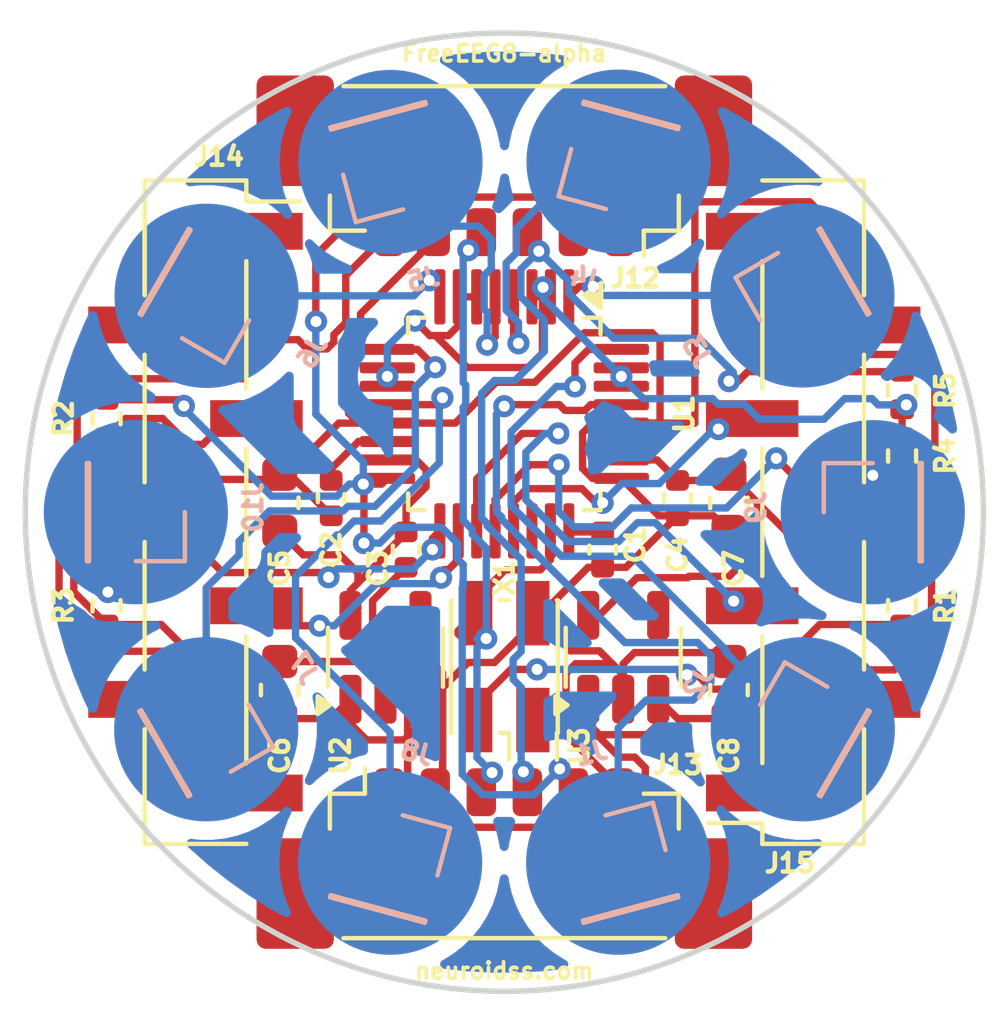
<source format=kicad_pcb>
(kicad_pcb (version 20241229) (generator "pcbnew") (generator_version "9.0")
  (layers (0 "F.Cu" signal) (2 "B.Cu" signal) (13 "F.Paste" user) (15 "B.Paste" user) (5 "F.SilkS" user "F.Silkscreen") (7 "B.SilkS" user "B.Silkscreen") (1 "F.Mask" user) (3 "B.Mask" user) (25 "Edge.Cuts" user))
  (net 0 "")
  (net 1 "/5V")
  (net 2 "/ADC_NC")
  (net 3 "/AIN0P")
  (net 4 "/AIN1P")
  (net 5 "/AIN2P")
  (net 6 "/AIN3P")
  (net 7 "/AIN4P")
  (net 8 "/AIN5P")
  (net 9 "/AIN6P")
  (net 10 "/AIN7P")
  (net 11 "/AINREF")
  (net 12 "/AINREF_POGOPIN")
  (net 13 "/AVDD")
  (net 14 "/AVDD_NC")
  (net 15 "/CAP")
  (net 16 "/CS")
  (net 17 "/DIN")
  (net 18 "/DOUT")
  (net 19 "/DRDY")
  (net 20 "/DVDD")
  (net 21 "/DVDD_NC")
  (net 22 "/DVDD_XTAL")
  (net 23 "/GND")
  (net 24 "/GND_POGOPIN")
  (net 25 "/REFIN")
  (net 26 "/SCLK")
  (net 27 "/SYNC{slash}RESET_ADC")
  (net 28 "/SYNC{slash}RESET_XIAO")
  (net 29 "/XIAO_NC1")
  (net 30 "/XIAO_NC2")
  (net 31 "/XIAO_NC3")
  (net 32 "/XIAO_NC4")
  (net 33 "/XIAO_NC5")
  (net 34 "/XIAO_NC6")
  (net 35 "/XTAL1{slash}CLKIN")
  (net 36 "/XTAL2")
  (net 37 "/XTAL_NC")
  (net 38 "/AINREF_STACK")
  (footprint "Capacitor_SMD:C_0402_1005Metric" (layer "F.Cu") (at -4.699 -0.381 90)
    (property "Reference" "C2")
    (property "Value" "100n")
  )
  (footprint "freeeeg8-alpha:NeuroIDSS-url_5mm_SilkScreen" (layer "F.Cu") (at -0.00581 1.143)
    (property "Reference" "GL2" (hide yes))
    (property "Value" "~" (hide yes))
  )
  (footprint "Package_TO_SOT_SMD:SOT-23-5" (layer "F.Cu") (at 3.2258 3.937 90)
    (property "Reference" "U3")
    (property "Value" "DVDD")
  )
  (footprint "Resistor_SMD:R_0402_1005Metric" (layer "F.Cu") (at 10.795 -3.302 -90)
    (property "Reference" "R5")
    (property "Value" "AINREF_STACK_ON")
  )
  (footprint "freeeeg8-alpha:Molex_PicoBlade_53398-0671_1x06-1MP_P1.25mm_Vertical" (layer "F.Cu") (at 0 8.848)
    (property "Reference" "J13")
    (property "Value" "STACK_2")
  )
  (footprint "freeeeg8-alpha:Molex_PicoBlade_53398-0671_1x06-1MP_P1.25mm_Vertical" (layer "F.Cu") (at 0.000001 -8.848 180)
    (property "Reference" "J12")
    (property "Value" "STACK_1")
  )
  (footprint "Capacitor_SMD:C_0603_1608Metric" (layer "F.Cu") (at -6.096 -0.254 90)
    (property "Reference" "C5")
    (property "Value" "2.2u")
  )
  (footprint "Capacitor_SMD:C_0603_1608Metric" (layer "F.Cu") (at -6.096 4.826 -90)
    (property "Reference" "C6")
    (property "Value" "2.2u")
  )
  (footprint "Capacitor_SMD:C_0402_1005Metric" (layer "F.Cu") (at 2.667 1.016 90)
    (property "Reference" "C1")
    (property "Value" "220n")
  )
  (footprint "Resistor_SMD:R_0402_1005Metric" (layer "F.Cu") (at -10.795 2.54 90)
    (property "Reference" "R3")
    (property "Value" "GND_ON")
  )
  (footprint "Capacitor_SMD:C_0402_1005Metric" (layer "F.Cu") (at -2.667 1.016 -90)
    (property "Reference" "C3")
    (property "Value" "1u")
  )
  (footprint "Capacitor_SMD:C_0603_1608Metric" (layer "F.Cu") (at 6.096 4.826 90)
    (property "Reference" "C8")
    (property "Value" "2.2u")
  )
  (footprint "Connector_PinHeader_2.54mm:PinHeader_1x07_P2.54mm_Vertical_SMD_Pin1Right" (layer "F.Cu") (at 8.382 0 180)
    (property "Reference" "J15")
    (property "Value" "XIAO_2")
  )
  (footprint "Package_TO_SOT_SMD:SOT-23-5" (layer "F.Cu") (at -3.2258 3.937 90)
    (property "Reference" "U2")
    (property "Value" "AVDD")
  )
  (footprint "freeeeg8-alpha:FreeEEG8-alpha-title_5mm_SilkScreen" (layer "F.Cu") (at 0 -12.446)
    (property "Reference" "GL1" (hide yes))
    (property "Value" "~" (hide yes))
  )
  (footprint "Package_QFP:LQFP-32_5x5mm_P0.5mm" (layer "F.Cu") (at 0 -2.667 -90)
    (property "Reference" "U1")
    (property "Value" "ADC")
  )
  (footprint "Connector_PinHeader_2.54mm:PinHeader_1x07_P2.54mm_Vertical_SMD_Pin1Right" (layer "F.Cu") (at -8.382 0)
    (property "Reference" "J14")
    (property "Value" "XIAO_1")
  )
  (footprint "freeeeg8-alpha:Oscillator_SMD_EuroQuartz_XO32-4Pin_3.2x2.5mm_HandSoldering" (layer "F.Cu") (at 0 4.191 90)
    (property "Reference" "X1")
    (property "Value" "XTAL")
  )
  (footprint "Resistor_SMD:R_0402_1005Metric" (layer "F.Cu") (at -10.795 -2.54 90)
    (property "Reference" "R2")
    (property "Value" "SYNC_ON")
  )
  (footprint "Resistor_SMD:R_0402_1005Metric" (layer "F.Cu") (at 10.795001 2.538 -90)
    (property "Reference" "R1")
    (property "Value" "XTAL_ON")
  )
  (footprint "Resistor_SMD:R_0402_1005Metric" (layer "F.Cu") (at 10.795 -1.524 -90)
    (property "Reference" "R4")
    (property "Value" "AINREF_POGOPIN_ON")
  )
  (footprint "Capacitor_SMD:C_0603_1608Metric" (layer "F.Cu") (at 6.096 -0.254 90)
    (property "Reference" "C7")
    (property "Value" "2.2u")
  )
  (footprint "Capacitor_SMD:C_0402_1005Metric" (layer "F.Cu") (at 4.699 -0.381 -90)
    (property "Reference" "C4")
    (property "Value" "1u")
  )
  (footprint "freeeeg8-alpha:pogo_pin_d5x10mm_smd" (layer "B.Cu") (at -3.1 9.51 165)
    (property "Reference" "J8")
    (property "Value" "AIN7")
  )
  (footprint "freeeeg8-alpha:pogo_pin_d5x10mm_smd" (layer "B.Cu") (at 8.1 5.89 -120)
    (property "Reference" "J2")
    (property "Value" "AIN1")
  )
  (footprint "freeeeg8-alpha:pogo_pin_d5x10mm_smd" (layer "B.Cu") (at -3.09 -9.5 15)
    (property "Reference" "J5")
    (property "Value" "AIN4")
  )
  (footprint "freeeeg8-alpha:pogo_pin_d5x10mm_smd" (layer "B.Cu") (at -10 0 90)
    (property "Reference" "J10")
    (property "Value" "GND")
  )
  (footprint "freeeeg8-alpha:pogo_pin_d5x10mm_smd" (layer "B.Cu") (at 3.09 9.51 -165)
    (property "Reference" "J1")
    (property "Value" "AIN0")
  )
  (footprint "freeeeg8-alpha:pogo_pin_d5x10mm_smd" (layer "B.Cu") (at 8.09 -5.88 -60)
    (property "Reference" "J3")
    (property "Value" "AIN2")
  )
  (footprint "freeeeg8-alpha:pogo_pin_d5x10mm_smd" (layer "B.Cu") (at -8.09 5.89 120)
    (property "Reference" "J7")
    (property "Value" "AIN6")
  )
  (footprint "freeeeg8-alpha:pogo_pin_d5x10mm_smd" (layer "B.Cu") (at 3.1 -9.51 -15)
    (property "Reference" "J4")
    (property "Value" "AIN3")
  )
  (footprint "freeeeg8-alpha:pogo_pin_d5x10mm_smd" (layer "B.Cu") (at 10 0 -90)
    (property "Reference" "J9")
    (property "Value" "AINREF")
  )
  (footprint "freeeeg8-alpha:pogo_pin_d5x10mm_smd" (layer "B.Cu") (at -8.08 -5.87 60)
    (property "Reference" "J6")
    (property "Value" "AIN5")
  )
  (gr_circle (center 0 0) (end 0 13) (stroke (width 0.15)) (fill no) (layer "Edge.Cuts"))
  (segment (start 11.593 -0.635) (end 11.593 3.266) (width 0.2) (layer "F.Cu") (net 1))
  (segment (start 8.283 -6.064) (end 8.283 -4.477) (width 0.2) (layer "F.Cu") (net 1))
  (segment (start 8.283 -4.477) (end 8.481 -4.279) (width 0.2) (layer "F.Cu") (net 1))
  (segment (start -4.626 -4.815509) (end -4.626 -4.614761) (width 0.2) (layer "F.Cu") (net 1))
  (segment (start 3.121239 6.647) (end 3.538064 6.647) (width 0.2) (layer "F.Cu") (net 1))
  (segment (start -2.824 8.549) (end -3.125 8.248) (width 0.2) (layer "F.Cu") (net 1))
  (segment (start -4.303 -5.13851) (end -4.626 -4.815509) (width 0.2) (layer "F.Cu") (net 1))
  (segment (start -4.702301 5.601001) (end -4.1758 5.0745) (width 0.2) (layer "F.Cu") (net 1))
  (segment (start -11.593 -1.366686) (end -12.084 -0.875685) (width 0.2) (layer "F.Cu") (net 1))
  (segment (start -3.7409 6.178968) (end -2.717769 6.178968) (width 0.2) (layer "F.Cu") (net 1))
  (segment (start 4.1758 5.0745) (end 4.702301 5.601001) (width 0.2) (layer "F.Cu") (net 1))
  (segment (start 4.1758 5.736999) (end 4.1758 5.0745) (width 0.2) (layer "F.Cu") (net 1))
  (segment (start -12.084 -0.875685) (end -12.084 2.451686) (width 0.2) (layer "F.Cu") (net 1))
  (segment (start 4.702301 5.601001) (end 6.096 5.601001) (width 0.2) (layer "F.Cu") (net 1))
  (segment (start -12.084 2.451686) (end -11.593 2.942686) (width 0.2) (layer "F.Cu") (net 1))
  (segment (start -6.042999 -4.68) (end -7.101999 -3.621) (width 0.2) (layer "F.Cu") (net 1))
  (segment (start 10.58 4.279) (end 7.893001 4.279) (width 0.2) (layer "F.Cu") (net 1))
  (segment (start -2.717769 6.178968) (end -2.2758 5.736999) (width 0.2) (layer "F.Cu") (net 1))
  (segment (start -3.125 8.248) (end -3.125 7.598) (width 0.2) (layer "F.Cu") (net 1))
  (segment (start 2.2758 5.736999) (end 2.576801 6.038) (width 0.2) (layer "F.Cu") (net 1))
  (segment (start 3.826 6.934936) (end 3.826 8.261064) (width 0.2) (layer "F.Cu") (net 1))
  (segment (start 6.571 5.601001) (end 6.096 5.601001) (width 0.2) (layer "F.Cu") (net 1))
  (segment (start -2.6248 7.0978) (end -2.6248 5.4235) (width 0.2) (layer "F.Cu") (net 1))
  (segment (start -7.101999 -3.621) (end -11.164339 -3.621) (width 0.2) (layer "F.Cu") (net 1))
  (segment (start 11.684 -0.726) (end 11.593 -0.635) (width 0.2) (layer "F.Cu") (net 1))
  (segment (start 7.893001 4.279) (end 6.571 5.601001) (width 0.2) (layer "F.Cu") (net 1))
  (segment (start -4.1758 5.0745) (end -4.1758 5.744068) (width 0.2) (layer "F.Cu") (net 1))
  (segment (start -4.303 -6.419999) (end -4.303 -5.13851) (width 0.2) (layer "F.Cu") (net 1))
  (segment (start -7.324655 5.601001) (end -6.096 5.601001) (width 0.2) (layer "F.Cu") (net 1))
  (segment (start -6.096 5.601001) (end -4.702301 5.601001) (width 0.2) (layer "F.Cu") (net 1))
  (segment (start 11.215 -4.279) (end 11.684 -3.81) (width 0.2) (layer "F.Cu") (net 1))
  (segment (start -11.593 3.774) (end -9.151656 3.774) (width 0.2) (layer "F.Cu") (net 1))
  (segment (start 2.2758 5.0745) (end 2.2758 5.801561) (width 0.2) (layer "F.Cu") (net 1))
  (segment (start -11.593 -3.192339) (end -11.593 -1.366686) (width 0.2) (layer "F.Cu") (net 1))
  (segment (start -4.1758 5.744068) (end -3.7409 6.178968) (width 0.2) (layer "F.Cu") (net 1))
  (segment (start -11.593 2.942686) (end -11.593 3.774) (width 0.2) (layer "F.Cu") (net 1))
  (segment (start -3.124999 -7.598) (end -4.303 -6.419999) (width 0.2) (layer "F.Cu") (net 1))
  (segment (start -9.151656 3.774) (end -7.324655 5.601001) (width 0.2) (layer "F.Cu") (net 1))
  (segment (start 6.727 -7.62) (end 8.283 -6.064) (width 0.2) (layer "F.Cu") (net 1))
  (segment (start 2.2758 5.0745) (end 2.2758 5.736999) (width 0.2) (layer "F.Cu") (net 1))
  (segment (start 2.2758 5.801561) (end 3.121239 6.647) (width 0.2) (layer "F.Cu") (net 1))
  (segment (start -3.125 7.598) (end -2.6248 7.0978) (width 0.2) (layer "F.Cu") (net 1))
  (segment (start -4.626 -4.614761) (end -4.810761 -4.43) (width 0.2) (layer "F.Cu") (net 1))
  (segment (start 3.826 8.261064) (end 3.538064 8.549) (width 0.2) (layer "F.Cu") (net 1))
  (segment (start -5.599239 -4.68) (end -6.042999 -4.68) (width 0.2) (layer "F.Cu") (net 1))
  (segment (start -11.164339 -3.621) (end -11.593 -3.192339) (width 0.2) (layer "F.Cu") (net 1))
  (segment (start 11.593 3.266) (end 10.58 4.279) (width 0.2) (layer "F.Cu") (net 1))
  (segment (start -2.2758 5.736999) (end -2.2758 5.0745) (width 0.2) (layer "F.Cu") (net 1))
  (segment (start 3.538064 8.549) (end -2.824 8.549) (width 0.2) (layer "F.Cu") (net 1))
  (segment (start 3.874799 6.038) (end 4.1758 5.736999) (width 0.2) (layer "F.Cu") (net 1))
  (segment (start -2.6248 5.4235) (end -2.2758 5.0745) (width 0.2) (layer "F.Cu") (net 1))
  (segment (start -5.349239 -4.43) (end -5.599239 -4.68) (width 0.2) (layer "F.Cu") (net 1))
  (segment (start 8.481 -4.279) (end 11.215 -4.279) (width 0.2) (layer "F.Cu") (net 1))
  (segment (start 11.684 -3.81) (end 11.684 -0.726) (width 0.2) (layer "F.Cu") (net 1))
  (segment (start 3.538064 6.647) (end 3.826 6.934936) (width 0.2) (layer "F.Cu") (net 1))
  (segment (start -4.810761 -4.43) (end -5.349239 -4.43) (width 0.2) (layer "F.Cu") (net 1))
  (segment (start 2.576801 6.038) (end 3.874799 6.038) (width 0.2) (layer "F.Cu") (net 1))
  (segment (start 2.342479 -2.917) (end 2.186702 -2.761223) (width 0.2) (layer "F.Cu") (net 3))
  (segment (start 3.175 -2.917) (end 2.342479 -2.917) (width 0.2) (layer "F.Cu") (net 3))
  (segment (start 0.039253 -2.917) (end -0.002824 -2.874923) (width 0.2) (layer "F.Cu") (net 3))
  (segment (start 2.186702 -2.761223) (end 1.648224 -2.761223) (width 0.2) (layer "F.Cu") (net 3))
  (segment (start 1.648224 -2.761223) (end 1.492447 -2.917) (width 0.2) (layer "F.Cu") (net 3))
  (segment (start 1.492447 -2.917) (end 0.039253 -2.917) (width 0.2) (layer "F.Cu") (net 3))
  (via (at -0.002824 -2.874923) (size 0.6) (drill 0.3) (layers "F.Cu" "B.Cu") (net 3))
  (segment (start 3.09 9.51) (end 3.09 5.857686) (width 0.2) (layer "B.Cu") (net 3))
  (segment (start 5.118686 5.099) (end 5.607 4.610686) (width 0.2) (layer "B.Cu") (net 3))
  (segment (start -0.07 0.137944) (end -0.216 -0.008056) (width 0.2) (layer "B.Cu") (net 3))
  (segment (start 5.607 4.610686) (end 5.607 3.898314) (width 0.2) (layer "B.Cu") (net 3))
  (segment (start 3.271371 3.537) (end -0.07 0.195629) (width 0.2) (layer "B.Cu") (net 3))
  (segment (start 5.607 3.898314) (end 5.245686 3.537) (width 0.2) (layer "B.Cu") (net 3))
  (segment (start 3.848686 5.099) (end 5.118686 5.099) (width 0.2) (layer "B.Cu") (net 3))
  (segment (start 5.245686 3.537) (end 3.271371 3.537) (width 0.2) (layer "B.Cu") (net 3))
  (segment (start -0.216 -0.008056) (end -0.216 -2.661747) (width 0.2) (layer "B.Cu") (net 3))
  (segment (start -0.07 0.195629) (end -0.07 0.137944) (width 0.2) (layer "B.Cu") (net 3))
  (segment (start -0.216 -2.661747) (end -0.002824 -2.874923) (width 0.2) (layer "B.Cu") (net 3))
  (segment (start 3.09 5.857686) (end 3.848686 5.099) (width 0.2) (layer "B.Cu") (net 3))
  (segment (start 1.917463 -4.048472) (end 1.917463 -3.411223) (width 0.2) (layer "F.Cu") (net 4))
  (segment (start 3.175 -4.417) (end 2.285991 -4.417) (width 0.2) (layer "F.Cu") (net 4))
  (segment (start 2.285991 -4.417) (end 1.917463 -4.048472) (width 0.2) (layer "F.Cu") (net 4))
  (via (at 1.917463 -3.411223) (size 0.6) (drill 0.3) (layers "F.Cu" "B.Cu") (net 4))
  (segment (start 3.470371 1.196) (end 1.553742 1.196) (width 0.2) (layer "B.Cu") (net 4))
  (segment (start 1.414091 -3.411223) (end 1.917463 -3.411223) (width 0.2) (layer "B.Cu") (net 4))
  (segment (start 8.1 5.89) (end 6.007 3.797) (width 0.2) (layer "B.Cu") (net 4))
  (segment (start 6.007 3.797) (end 6.007 3.732629) (width 0.2) (layer "B.Cu") (net 4))
  (segment (start 6.007 3.732629) (end 3.470371 1.196) (width 0.2) (layer "B.Cu") (net 4))
  (segment (start 1.553742 1.196) (end 0.184 -0.173742) (width 0.2) (layer "B.Cu") (net 4))
  (segment (start 0.184 -0.173742) (end 0.184 -2.181132) (width 0.2) (layer "B.Cu") (net 4))
  (segment (start 0.184 -2.181132) (end 1.414091 -3.411223) (width 0.2) (layer "B.Cu") (net 4))
  (segment (start 2.032748 -6.124748) (end 2.411508 -6.124748) (width 0.2) (layer "F.Cu") (net 5))
  (segment (start 1.75 -5.842) (end 2.032748 -6.124748) (width 0.2) (layer "F.Cu") (net 5))
  (via (at 2.411508 -6.124748) (size 0.6) (drill 0.3) (layers "F.Cu" "B.Cu") (net 5))
  (segment (start 2.656256 -5.88) (end 2.411508 -6.124748) (width 0.2) (layer "B.Cu") (net 5))
  (segment (start 8.09 -5.88) (end 2.656256 -5.88) (width 0.2) (layer "B.Cu") (net 5))
  (segment (start 0.25 -5.842) (end 0.25 -4.715582) (width 0.2) (layer "F.Cu") (net 6))
  (segment (start 0.25 -4.715582) (end 0.383032 -4.58255) (width 0.2) (layer "F.Cu") (net 6))
  (via (at 0.383032 -4.58255) (size 0.6) (drill 0.3) (layers "F.Cu" "B.Cu") (net 6))
  (segment (start 3.1 -9.51) (end 2.144 -9.51) (width 0.2) (layer "B.Cu") (net 6))
  (segment (start 0.383032 -5.147282) (end 0.383032 -4.58255) (width 0.2) (layer "B.Cu") (net 6))
  (segment (start 0.327879 -7.038138) (end 0.049 -6.759258) (width 0.2) (layer "B.Cu") (net 6))
  (segment (start 0.049 -5.481314) (end 0.383032 -5.147282) (width 0.2) (layer "B.Cu") (net 6))
  (segment (start 0.327879 -7.693879) (end 0.327879 -7.038138) (width 0.2) (layer "B.Cu") (net 6))
  (segment (start 2.144 -9.51) (end 0.327879 -7.693879) (width 0.2) (layer "B.Cu") (net 6))
  (segment (start 0.049 -6.759258) (end 0.049 -5.481314) (width 0.2) (layer "B.Cu") (net 6))
  (segment (start -0.25 -4.759043) (end -0.46605 -4.542993) (width 0.2) (layer "F.Cu") (net 7))
  (segment (start -0.25 -5.842) (end -0.25 -4.759043) (width 0.2) (layer "F.Cu") (net 7))
  (via (at -0.46605 -4.542993) (size 0.6) (drill 0.3) (layers "F.Cu" "B.Cu") (net 7))
  (segment (start -3.09 -9.5) (end -1.350555 -7.760555) (width 0.2) (layer "B.Cu") (net 7))
  (segment (start -1.350555 -7.760555) (end -0.706075 -7.760555) (width 0.2) (layer "B.Cu") (net 7))
  (segment (start -0.46605 -5.430679) (end -0.46605 -4.542993) (width 0.2) (layer "B.Cu") (net 7))
  (segment (start -0.354128 -7.408608) (end -0.354128 -6.619243) (width 0.2) (layer "B.Cu") (net 7))
  (segment (start -0.706075 -7.760555) (end -0.354128 -7.408608) (width 0.2) (layer "B.Cu") (net 7))
  (segment (start -0.354128 -6.619243) (end -0.546 -6.427371) (width 0.2) (layer "B.Cu") (net 7))
  (segment (start -0.546 -6.427371) (end -0.546 -5.510628) (width 0.2) (layer "B.Cu") (net 7))
  (segment (start -0.546 -5.510628) (end -0.46605 -5.430679) (width 0.2) (layer "B.Cu") (net 7))
  (segment (start -1.75 -5.999751) (end -2.039282 -6.289033) (width 0.2) (layer "F.Cu") (net 8))
  (segment (start -1.75 -5.842) (end -1.75 -5.999751) (width 0.2) (layer "F.Cu") (net 8))
  (via (at -2.039282 -6.289033) (size 0.6) (drill 0.3) (layers "F.Cu" "B.Cu") (net 8))
  (segment (start -8.08 -5.87) (end -2.458315 -5.87) (width 0.2) (layer "B.Cu") (net 8))
  (segment (start -2.458315 -5.87) (end -2.039282 -6.289033) (width 0.2) (layer "B.Cu") (net 8))
  (segment (start -3.175 -4.417) (end -2.358998 -4.417) (width 0.2) (layer "F.Cu") (net 9))
  (segment (start -2.358998 -4.417) (end -1.875 -3.933002) (width 0.2) (layer "F.Cu") (net 9))
  (via (at -1.875 -3.933002) (size 0.6) (drill 0.3) (layers "F.Cu" "B.Cu") (net 9))
  (segment (start -6.374461 -0.033225) (end -4.3727 -0.033225) (width 0.2) (layer "B.Cu") (net 9))
  (segment (start -3.510372 -0.161) (end -2.41605 -1.255321) (width 0.2) (layer "B.Cu") (net 9))
  (segment (start -7.199 1.160213) (end -7.199 0.791314) (width 0.2) (layer "B.Cu") (net 9))
  (segment (start -8.09 5.89) (end -8.09 2.051213) (width 0.2) (layer "B.Cu") (net 9))
  (segment (start -4.3727 -0.033225) (end -4.244924 -0.161) (width 0.2) (layer "B.Cu") (net 9))
  (segment (start -8.09 2.051213) (end -7.199 1.160213) (width 0.2) (layer "B.Cu") (net 9))
  (segment (start -4.244924 -0.161) (end -3.510372 -0.161) (width 0.2) (layer "B.Cu") (net 9))
  (segment (start -2.41605 -1.255321) (end -2.41605 -3.391952) (width 0.2) (layer "B.Cu") (net 9))
  (segment (start -2.41605 -3.391952) (end -1.875 -3.933002) (width 0.2) (layer "B.Cu") (net 9))
  (segment (start -7.199 0.791314) (end -6.374461 -0.033225) (width 0.2) (layer "B.Cu") (net 9))
  (segment (start -1.868493 -2.917) (end -1.679768 -3.105725) (width 0.2) (layer "F.Cu") (net 10))
  (segment (start -3.175 -2.917) (end -1.868493 -2.917) (width 0.2) (layer "F.Cu") (net 10))
  (via (at -1.679768 -3.105725) (size 0.6) (drill 0.3) (layers "F.Cu" "B.Cu") (net 10))
  (segment (start -1.76605 -3.019443) (end -1.679768 -3.105725) (width 0.2) (layer "B.Cu") (net 10))
  (segment (start -4.079239 0.239) (end -3.344686 0.239) (width 0.2) (layer "B.Cu") (net 10))
  (segment (start -3.1 5.974467) (end -5.666 3.408467) (width 0.2) (layer "B.Cu") (net 10))
  (segment (start -5.666 1.743285) (end -4.542476 0.619761) (width 0.2) (layer "B.Cu") (net 10))
  (segment (start -4.542476 0.619761) (end -4.46 0.619761) (width 0.2) (layer "B.Cu") (net 10))
  (segment (start -5.666 3.408467) (end -5.666 1.743285) (width 0.2) (layer "B.Cu") (net 10))
  (segment (start -4.46 0.619761) (end -4.079239 0.239) (width 0.2) (layer "B.Cu") (net 10))
  (segment (start -3.1 9.51) (end -3.1 5.974467) (width 0.2) (layer "B.Cu") (net 10))
  (segment (start -3.344686 0.239) (end -1.76605 -1.339636) (width 0.2) (layer "B.Cu") (net 10))
  (segment (start -1.76605 -1.339636) (end -1.76605 -3.019443) (width 0.2) (layer "B.Cu") (net 10))
  (segment (start -1.003733 -3.924733) (end 0.644454 -3.924733) (width 0.2) (layer "F.Cu") (net 11))
  (segment (start -1.219242 -6.408629) (end -1.191504 -6.436367) (width 0.2) (layer "F.Cu") (net 11))
  (segment (start 0.644454 -3.924733) (end 1.033032 -4.313311) (width 0.2) (layer "F.Cu") (net 11))
  (segment (start -1.517176 -4.791) (end -2.021 -4.791) (width 0.2) (layer "F.Cu") (net 11))
  (segment (start -1.25 -5.058176) (end -1.25 -5.842) (width 0.2) (layer "F.Cu") (net 11))
  (segment (start -1.091635 -4.012635) (end -1.003733 -3.924733) (width 0.2) (layer "F.Cu") (net 11))
  (segment (start 1.033032 -6.082204) (end 1.05 -6.099172) (width 0.2) (layer "F.Cu") (net 11))
  (segment (start 3.175 -3.917) (end 3.175 -3.417) (width 0.2) (layer "F.Cu") (net 11))
  (segment (start 1.033032 -4.313311) (end 1.033032 -6.082204) (width 0.2) (layer "F.Cu") (net 11))
  (segment (start -1.219242 -6.408629) (end -1.191504 -6.436367) (width 0.2) (layer "F.Cu") (net 11))
  (segment (start -1.219242 -6.408629) (end -1.219242 -6.407607) (width 0.2) (layer "F.Cu") (net 11))
  (segment (start 10.795 -2.923) (end 10.806568 -2.911432) (width 0.2) (layer "F.Cu") (net 11))
  (segment (start -1.87 -4.791) (end -2.021 -4.791) (width 0.2) (layer "F.Cu") (net 11))
  (segment (start 0.75 -5.842) (end 1.25 -5.842) (width 0.2) (layer "F.Cu") (net 11))
  (segment (start -1.219242 -6.408629) (end -1.219242 -6.407607) (width 0.2) (layer "F.Cu") (net 11))
  (segment (start -1.281024 -6.345825) (end -1.219242 -6.407607) (width 0.2) (layer "F.Cu") (net 11))
  (segment (start 1.05 -6.042) (end 1.05 -6.099172) (width 0.2) (layer "F.Cu") (net 11))
  (segment (start -1.238772 -6.436367) (end -1.191504 -6.436367) (width 0.2) (layer "F.Cu") (net 11))
  (segment (start 3.175 -3.417) (end 3.175 -3.683) (width 0.2) (layer "F.Cu") (net 11))
  (segment (start -3.175 -3.417) (end -3.175 -3.683) (width 0.2) (layer "F.Cu") (net 11))
  (segment (start -1.091635 -4.012635) (end -1.87 -4.791) (width 0.2) (layer "F.Cu") (net 11))
  (segment (start 10.806568 -2.911432) (end 10.90889 -2.911432) (width 0.2) (layer "F.Cu") (net 11))
  (segment (start 10.795 -2.797542) (end 10.90889 -2.911432) (width 0.2) (layer "F.Cu") (net 11))
  (segment (start 1.25 -5.842) (end 1.05 -6.042) (width 0.2) (layer "F.Cu") (net 11))
  (segment (start -1.281024 -6.345825) (end -1.261477 -6.345825) (width 0.2) (layer "F.Cu") (net 11))
  (segment (start -1.25 -5.842) (end -0.75 -5.842) (width 0.2) (layer "F.Cu") (net 11))
  (segment (start -3.175 -3.417) (end -3.175 -3.917) (width 0.2) (layer "F.Cu") (net 11))
  (segment (start -2.021 -4.791) (end -2.425 -5.195) (width 0.2) (layer "F.Cu") (net 11))
  (segment (start 10.795 -2.034) (end 10.795 -2.797542) (width 0.2) (layer "F.Cu") (net 11))
  (segment (start -1.281024 -6.345825) (end -1.219242 -6.407607) (width 0.2) (layer "F.Cu") (net 11))
  (segment (start -1.517176 -4.791) (end -1.25 -5.058176) (width 0.2) (layer "F.Cu") (net 11))
  (segment (start -1.238772 -6.436367) (end -1.191504 -6.436367) (width 0.2) (layer "F.Cu") (net 11))
  (segment (start -1.281024 -6.345825) (end -1.261477 -6.345825) (width 0.2) (layer "F.Cu") (net 11))
  (via (at -3.175 -3.683) (size 0.6) (drill 0.3) (layers "F.Cu" "B.Cu") (net 11))
  (via (at 1.05 -6.099172) (size 0.6) (drill 0.3) (layers "F.Cu" "B.Cu") (net 11))
  (via (at -2.425 -5.195) (size 0.6) (drill 0.3) (layers "F.Cu" "B.Cu") (net 11))
  (via (at 3.175 -3.683) (size 0.6) (drill 0.3) (layers "F.Cu" "B.Cu") (net 11))
  (via (at 10.90889 -2.911432) (size 0.6) (drill 0.3) (layers "F.Cu" "B.Cu") (net 11))
  (segment (start 6.922101 -2.521) (end 8.674685 -2.521) (width 0.2) (layer "B.Cu") (net 11))
  (segment (start 5.653761 -3.079) (end 5.807159 -2.925602) (width 0.2) (layer "B.Cu") (net 11))
  (segment (start 3.779 -3.079) (end 5.653761 -3.079) (width 0.2) (layer "B.Cu") (net 11))
  (segment (start 10.146211 -2.911432) (end 10.90889 -2.911432) (width 0.2) (layer "B.Cu") (net 11))
  (segment (start 3.175 -3.683) (end 1.05 -5.808) (width 0.2) (layer "B.Cu") (net 11))
  (segment (start 6.517499 -2.925602) (end 6.922101 -2.521) (width 0.2) (layer "B.Cu") (net 11))
  (segment (start 8.674685 -2.521) (end 9.232685 -3.079) (width 0.2) (layer "B.Cu") (net 11))
  (segment (start 3.175 -3.683) (end 3.779 -3.079) (width 0.2) (layer "B.Cu") (net 11))
  (segment (start 5.807159 -2.925602) (end 6.517499 -2.925602) (width 0.2) (layer "B.Cu") (net 11))
  (segment (start 9.978643 -3.079) (end 10.146211 -2.911432) (width 0.2) (layer "B.Cu") (net 11))
  (segment (start 1.05 -5.808) (end 1.05 -6.099172) (width 0.2) (layer "B.Cu") (net 11))
  (segment (start -2.475 -5.195) (end -2.425 -5.195) (width 0.2) (layer "B.Cu") (net 11))
  (segment (start -3.175 -3.683) (end -3.175 -4.495) (width 0.2) (layer "B.Cu") (net 11))
  (segment (start -3.175 -4.495) (end -2.475 -5.195) (width 0.2) (layer "B.Cu") (net 11))
  (segment (start 9.232685 -3.079) (end 9.978643 -3.079) (width 0.2) (layer "B.Cu") (net 11))
  (segment (start 10.795 -1.014) (end 10.013998 -1.014) (width 0.2) (layer "F.Cu") (net 12))
  (segment (start 10.013998 -1.014) (end 10 -1.000002) (width 0.2) (layer "F.Cu") (net 12))
  (via (at 10 -1.000002) (size 0.6) (drill 0.3) (layers "F.Cu" "B.Cu") (net 12))
  (segment (start 11.557 -1.668258) (end 11.520961 -1.704297) (width 0.2) (layer "B.Cu") (net 12))
  (segment (start 10 -1.000002) (end 10 0) (width 0.2) (layer "B.Cu") (net 12))
  (segment (start -3.971525 1.646714) (end -3.971525 1.918719) (width 0.2) (layer "F.Cu") (net 13))
  (segment (start -6.096 0.521) (end -5.458761 1.158239) (width 0.2) (layer "F.Cu") (net 13))
  (segment (start -5.458761 1.158239) (end -4.46 1.158239) (width 0.2) (layer "F.Cu") (net 13))
  (segment (start -2.667 0.536) (end -2.667 -0.141176) (width 0.2) (layer "F.Cu") (net 13))
  (segment (start -4.46 1.158239) (end -3.971525 1.646714) (width 0.2) (layer "F.Cu") (net 13))
  (segment (start -2.667 -0.141176) (end -2.124 -0.684176) (width 0.2) (layer "F.Cu") (net 13))
  (segment (start -4.1758 2.122994) (end -4.1758 2.7995) (width 0.2) (layer "F.Cu") (net 13))
  (segment (start -3.278 1.16945) (end -2.667 0.55845) (width 0.2) (layer "F.Cu") (net 13))
  (segment (start -3.971525 1.918719) (end -3.278 1.225194) (width 0.2) (layer "F.Cu") (net 13))
  (segment (start -3.278 1.225194) (end -3.278 1.16945) (width 0.2) (layer "F.Cu") (net 13))
  (segment (start -2.124 -1.149824) (end -2.391176 -1.417) (width 0.2) (layer "F.Cu") (net 13))
  (segment (start -2.667 0.55845) (end -2.667 0.536) (width 0.2) (layer "F.Cu") (net 13))
  (segment (start -2.124 -0.684176) (end -2.124 -1.149824) (width 0.2) (layer "F.Cu") (net 13))
  (segment (start -3.971525 1.918719) (end -4.1758 2.122994) (width 0.2) (layer "F.Cu") (net 13))
  (segment (start -2.391176 -1.417) (end -3.175 -1.417) (width 0.2) (layer "F.Cu") (net 13))
  (segment (start 1.778 0.536) (end 1.75 0.508) (width 0.2) (layer "F.Cu") (net 15))
  (segment (start 2.667 0.536) (end 1.778 0.536) (width 0.2) (layer "F.Cu") (net 15))
  (segment (start -7.643211 1.638789) (end -4.898689 1.638789) (width 0.2) (layer "F.Cu") (net 16))
  (segment (start -1.75 0.508) (end -1.95 0.708) (width 0.2) (layer "F.Cu") (net 16))
  (segment (start -4.898689 1.638789) (end -4.770477 1.767001) (width 0.2) (layer "F.Cu") (net 16))
  (segment (start -1.95 0.708) (end -1.95 1.011849) (width 0.2) (layer "F.Cu") (net 16))
  (segment (start -9.282 0) (end -7.643211 1.638789) (width 0.2) (layer "F.Cu") (net 16))
  (segment (start -10.037 0) (end -9.282 0) (width 0.2) (layer "F.Cu") (net 16))
  (via (at -4.770477 1.767001) (size 0.6) (drill 0.3) (layers "F.Cu" "B.Cu") (net 16))
  (via (at -1.95 1.011849) (size 0.6) (drill 0.3) (layers "F.Cu" "B.Cu") (net 16))
  (segment (start -4.542476 1.539) (end -4.770477 1.767001) (width 0.2) (layer "B.Cu") (net 16))
  (segment (start -1.95 1.011849) (end -2.477151 1.539) (width 0.2) (layer "B.Cu") (net 16))
  (segment (start -2.477151 1.539) (end -4.542476 1.539) (width 0.2) (layer "B.Cu") (net 16))
  (segment (start 6.727 -2.54) (end 5.969 -2.54) (width 0.2) (layer "F.Cu") (net 17))
  (segment (start 5.969 -2.54) (end 5.808239 -2.379239) (width 0.2) (layer "F.Cu") (net 17))
  (segment (start 5.808239 -2.379239) (end 5.808239 -2.254214) (width 0.2) (layer "F.Cu") (net 17))
  (segment (start 2.487076 -0.254) (end 2.667 -0.254) (width 0.2) (layer "F.Cu") (net 17))
  (segment (start 0.25 -0.275824) (end 0.611309 -0.637133) (width 0.2) (layer "F.Cu") (net 17))
  (segment (start 0.25 0.508) (end 0.25 -0.275824) (width 0.2) (layer "F.Cu") (net 17))
  (segment (start 0.611309 -0.637133) (end 2.103943 -0.637133) (width 0.2) (layer "F.Cu") (net 17))
  (segment (start 2.103943 -0.637133) (end 2.487076 -0.254) (width 0.2) (layer "F.Cu") (net 17))
  (via (at 5.808239 -2.254214) (size 0.6) (drill 0.3) (layers "F.Cu" "B.Cu") (net 17))
  (via (at 2.667 -0.254) (size 0.6) (drill 0.3) (layers "F.Cu" "B.Cu") (net 17))
  (segment (start 4.205019 -0.776019) (end 5.683214 -2.254214) (width 0.2) (layer "B.Cu") (net 17))
  (segment (start 3.189019 -0.776019) (end 4.205019 -0.776019) (width 0.2) (layer "B.Cu") (net 17))
  (segment (start 2.667 -0.254) (end 3.189019 -0.776019) (width 0.2) (layer "B.Cu") (net 17))
  (segment (start 5.683214 -2.254214) (end 5.808239 -2.254214) (width 0.2) (layer "B.Cu") (net 17))
  (segment (start -0.25 -0.34151) (end 0.695623 -1.287133) (width 0.2) (layer "F.Cu") (net 18))
  (segment (start 10.037 0) (end 8.839704 0) (width 0.2) (layer "F.Cu") (net 18))
  (segment (start -0.25 0.508) (end -0.25 -0.34151) (width 0.2) (layer "F.Cu") (net 18))
  (segment (start 8.839704 0) (end 7.379402 -1.460302) (width 0.2) (layer "F.Cu") (net 18))
  (segment (start 0.695623 -1.287133) (end 1.474861 -1.287133) (width 0.2) (layer "F.Cu") (net 18))
  (via (at 1.474861 -1.287133) (size 0.6) (drill 0.3) (layers "F.Cu" "B.Cu") (net 18))
  (via (at 7.379402 -1.460302) (size 0.6) (drill 0.3) (layers "F.Cu" "B.Cu") (net 18))
  (segment (start 7.379402 -1.460302) (end 6.033264 -0.114164) (width 0.2) (layer "B.Cu") (net 18))
  (segment (start 1.885113 0.396) (end 1.474861 -0.014252) (width 0.2) (layer "B.Cu") (net 18))
  (segment (start 1.474861 -0.014252) (end 1.474861 -1.287133) (width 0.2) (layer "B.Cu") (net 18))
  (segment (start 3.446404 -0.114164) (end 2.936239 0.396) (width 0.2) (layer "B.Cu") (net 18))
  (segment (start 6.033264 -0.114164) (end 3.446404 -0.114164) (width 0.2) (layer "B.Cu") (net 18))
  (segment (start 2.936239 0.396) (end 1.885113 0.396) (width 0.2) (layer "B.Cu") (net 18))
  (segment (start -6.727 2.54) (end -6.185438 3.081562) (width 0.2) (layer "F.Cu") (net 19))
  (segment (start -1.647208 1.559) (end -1.517176 1.559) (width 0.2) (layer "F.Cu") (net 19))
  (segment (start -1.71705 1.777184) (end -1.71705 1.612849) (width 0.2) (layer "F.Cu") (net 19))
  (segment (start -1.517176 1.559) (end -1.299 1.340824) (width 0.2) (layer "F.Cu") (net 19))
  (segment (start -6.185438 3.081562) (end -5.016 3.081562) (width 0.2) (layer "F.Cu") (net 19))
  (segment (start -1.701057 1.612849) (end -1.647208 1.559) (width 0.2) (layer "F.Cu") (net 19))
  (segment (start -1.299 0.557) (end -1.25 0.508) (width 0.2) (layer "F.Cu") (net 19))
  (segment (start -1.299 1.340824) (end -1.299 0.557) (width 0.2) (layer "F.Cu") (net 19))
  (segment (start -1.71705 1.612849) (end -1.701057 1.612849) (width 0.2) (layer "F.Cu") (net 19))
  (via (at -5.016 3.081562) (size 0.6) (drill 0.3) (layers "F.Cu" "B.Cu") (net 19))
  (via (at -1.71705 1.777184) (size 0.6) (drill 0.3) (layers "F.Cu" "B.Cu") (net 19))
  (segment (start -1.71705 1.777184) (end -1.878866 1.939) (width 0.2) (layer "B.Cu") (net 19))
  (segment (start -4.615964 3.081562) (end -5.016 3.081562) (width 0.2) (layer "B.Cu") (net 19))
  (segment (start -3.473402 1.939) (end -4.615964 3.081562) (width 0.2) (layer "B.Cu") (net 19))
  (segment (start -1.878866 1.939) (end -3.473402 1.939) (width 0.2) (layer "B.Cu") (net 19))
  (segment (start 3.175 -1.417) (end 4.143 -1.417) (width 0.2) (layer "F.Cu") (net 20))
  (segment (start 6.096 -1.029001) (end 6.872 -0.253) (width 0.2) (layer "F.Cu") (net 20))
  (segment (start 2.575799 2.7995) (end 2.2758 2.7995) (width 0.2) (layer "F.Cu") (net 20))
  (segment (start 4.979 1.778) (end 3.597299 1.778) (width 0.2) (layer "F.Cu") (net 20))
  (segment (start 5.018 1.739) (end 4.979 1.778) (width 0.2) (layer "F.Cu") (net 20))
  (segment (start 7.926001 0.801) (end 9.568002 0.801) (width 0.2) (layer "F.Cu") (net 20))
  (segment (start 9.568002 0.801) (end 10.795002 2.028) (width 0.2) (layer "F.Cu") (net 20))
  (segment (start 3.597299 1.778) (end 2.575799 2.7995) (width 0.2) (layer "F.Cu") (net 20))
  (segment (start 4.143 -1.417) (end 4.699 -0.861) (width 0.2) (layer "F.Cu") (net 20))
  (segment (start 5.927999 -0.861) (end 6.096 -1.029001) (width 0.2) (layer "F.Cu") (net 20))
  (segment (start 6.103111 1.739) (end 5.018 1.739) (width 0.2) (layer "F.Cu") (net 20))
  (segment (start 6.872 0.970111) (end 6.103111 1.739) (width 0.2) (layer "F.Cu") (net 20))
  (segment (start 4.699 -0.861) (end 5.927999 -0.861) (width 0.2) (layer "F.Cu") (net 20))
  (segment (start 6.096 -1.029001) (end 7.926001 0.801) (width 0.2) (layer "F.Cu") (net 20))
  (segment (start 6.872 -0.253) (end 6.872 0.970111) (width 0.2) (layer "F.Cu") (net 20))
  (segment (start 5.230606 4.410716) (end 5.553445 4.733555) (width 0.2) (layer "F.Cu") (net 22))
  (segment (start 4.958441 4.410716) (end 5.230606 4.410716) (width 0.2) (layer "F.Cu") (net 22))
  (segment (start 5.553445 4.733555) (end 5.62189 4.801999) (width 0.2) (layer "F.Cu") (net 22))
  (segment (start 0.175002 4.265998) (end 0.889 4.265998) (width 0.2) (layer "F.Cu") (net 22))
  (segment (start 8.558316 3.048) (end 10.795 3.048) (width 0.2) (layer "F.Cu") (net 22))
  (segment (start 5.62189 4.801999) (end 6.804316 4.801999) (width 0.2) (layer "F.Cu") (net 22))
  (segment (start 6.804316 4.801999) (end 8.558316 3.048) (width 0.2) (layer "F.Cu") (net 22))
  (segment (start -0.775 5.641) (end -0.775 5.216) (width 0.2) (layer "F.Cu") (net 22))
  (segment (start -0.775 5.216) (end 0.175002 4.265998) (width 0.2) (layer "F.Cu") (net 22))
  (via (at 4.958441 4.410716) (size 0.6) (drill 0.3) (layers "F.Cu" "B.Cu") (net 22))
  (via (at 0.889 4.265998) (size 0.6) (drill 0.3) (layers "F.Cu" "B.Cu") (net 22))
  (segment (start 4.813723 4.265998) (end 4.958441 4.410716) (width 0.2) (layer "B.Cu") (net 22))
  (segment (start 0.889 4.265998) (end 4.813723 4.265998) (width 0.2) (layer "B.Cu") (net 22))
  (segment (start -1.875 7.598) (end -1.6748 7.3978) (width 0.2) (layer "F.Cu") (net 23))
  (segment (start 1.029832 2.741) (end 2.274832 1.496) (width 0.2) (layer "F.Cu") (net 23))
  (segment (start 10.037 -6.667) (end 8.283 -8.421) (width 0.2) (layer "F.Cu") (net 23))
  (segment (start 3.2258 4.1148) (end 3.2258 5.0745) (width 0.2) (layer "F.Cu") (net 23))
  (segment (start 1.6748 6.033736) (end 3.125 7.483936) (width 0.2) (layer "F.Cu") (net 23))
  (segment (start 2.391176 -0.917) (end 2.124 -1.184176) (width 0.2) (layer "F.Cu") (net 23))
  (segment (start 3.2258 5.0745) (end 3.2258 4.412001) (width 0.2) (layer "F.Cu") (net 23))
  (segment (start 6.096 4.050999) (end 5.854717 3.809716) (width 0.2) (layer "F.Cu") (net 23))
  (segment (start 4.226 -2.452) (end 4.191 -2.417) (width 0.2) (layer "F.Cu") (net 23))
  (segment (start -2.667 1.496) (end -3.5748 2.4038) (width 0.2) (layer "F.Cu") (net 23))
  (segment (start -11.505 -0.889) (end -11.684 -0.71) (width 0.2) (layer "F.Cu") (net 23))
  (segment (start -5.827 -1.029) (end -6.096 -1.029) (width 0.2) (layer "F.Cu") (net 23))
  (segment (start -0.985761 4.079) (end -0.269 4.079) (width 0.2) (layer "F.Cu") (net 23))
  (segment (start -11.684 -0.71) (end -11.684 2.161) (width 0.2) (layer "F.Cu") (net 23))
  (segment (start 3.175 -0.917) (end 2.391176 -0.917) (width 0.2) (layer "F.Cu") (net 23))
  (segment (start -4.122831 4.050999) (end -6.096 4.050999) (width 0.2) (layer "F.Cu") (net 23))
  (segment (start -1.6748 7.3978) (end -1.6748 4.371032) (width 0.2) (layer "F.Cu") (net 23))
  (segment (start -6.096 4.050999) (end -3.391869 4.050999) (width 0.2) (layer "F.Cu") (net 23))
  (segment (start -4.493 -2.417) (end -5.881 -1.029) (width 0.2) (layer "F.Cu") (net 23))
  (segment (start -2.605684 3.774084) (end -2.696768 3.683) (width 0.2) (layer "F.Cu") (net 23))
  (segment (start 4.007824 -4.868) (end 4.226 -4.649824) (width 0.2) (layer "F.Cu") (net 23))
  (segment (start 2.124 -2.149824) (end 2.391176 -2.417) (width 0.2) (layer "F.Cu") (net 23))
  (segment (start 2.924799 4.111) (end 1.934832 4.111) (width 0.2) (layer "F.Cu") (net 23))
  (segment (start 3.125001 -7.598) (end 3.948001 -8.421) (width 0.2) (layer "F.Cu") (net 23))
  (segment (start 2.171305 -4.868) (end 4.007824 -4.868) (width 0.2) (layer "F.Cu") (net 23))
  (segment (start -3.2258 4.217068) (end -3.2258 5.0745) (width 0.2) (layer "F.Cu") (net 23))
  (segment (start 3.125 7.483936) (end 3.125 7.598) (width 0.2) (layer "F.Cu") (net 23))
  (segment (start -4.699 0.099) (end -5.827 -1.029) (width 0.2) (layer "F.Cu") (net 23))
  (segment (start -4.226 -4.649824) (end -3.903 -4.972824) (width 0.2) (layer "F.Cu") (net 23))
  (segment (start -6.236 -0.889) (end -11.505 -0.889) (width 0.2) (layer "F.Cu") (net 23))
  (segment (start -2.274999 -7.007631) (end -2.274999 -7.198) (width 0.2) (layer "F.Cu") (net 23))
  (segment (start 4.226 -4.649824) (end 4.226 -2.452) (width 0.2) (layer "F.Cu") (net 23))
  (segment (start 2.274832 1.496) (end 2.667 1.496) (width 0.2) (layer "F.Cu") (net 23))
  (segment (start 4.191 -2.417) (end 3.175 -2.417) (width 0.2) (layer "F.Cu") (net 23))
  (segment (start 1.6748 4.371032) (end 1.6748 6.033736) (width 0.2) (layer "F.Cu") (net 23))
  (segment (start -4.226 -2.684176) (end -4.226 -4.649824) (width 0.2) (layer "F.Cu") (net 23))
  (segment (start 5.673999 0.099) (end 6.096 0.521001) (width 0.2) (layer "F.Cu") (net 23))
  (segment (start -2.274999 -7.198) (end -1.874999 -7.598) (width 0.2) (layer "F.Cu") (net 23))
  (segment (start -1.6748 7.3978) (end -1.6748 4.768039) (width 0.2) (layer "F.Cu") (net 23))
  (segment (start 1.797 3.763) (end 0.775 2.741) (width 0.2) (layer "F.Cu") (net 23))
  (segment (start -3.5748 3.502968) (end -4.122831 4.050999) (width 0.2) (layer "F.Cu") (net 23))
  (segment (start 4.699 0.099) (end 4.191 0.099) (width 0.2) (layer "F.Cu") (net 23))
  (segment (start -1.6748 4.768039) (end -0.985761 4.079) (width 0.2) (layer "F.Cu") (net 23))
  (segment (start 3.2258 4.412001) (end 2.924799 4.111) (width 0.2) (layer "F.Cu") (net 23))
  (segment (start -10.795 3.05) (end -9.308556 3.05) (width 0.2) (layer "F.Cu") (net 23))
  (segment (start -0.269 4.079) (end 0.775 3.035) (width 0.2) (layer "F.Cu") (net 23))
  (segment (start -6.096 -1.029) (end -6.236 -0.889) (width 0.2) (layer "F.Cu") (net 23))
  (segment (start -3.903 -5.37963) (end -2.274999 -7.007631) (width 0.2) (layer "F.Cu") (net 23))
  (segment (start -3.754832 3.683) (end -4.122831 4.050999) (width 0.2) (layer "F.Cu") (net 23))
  (segment (start 5.854717 3.809716) (end 3.530884 3.809716) (width 0.2) (layer "F.Cu") (net 23))
  (segment (start 3.948001 -8.421) (end 5.171 -8.421) (width 0.2) (layer "F.Cu") (net 23))
  (segment (start -8.307557 4.050999) (end -6.096 4.050999) (width 0.2) (layer "F.Cu") (net 23))
  (segment (start -2.271748 3.774084) (end -2.605684 3.774084) (width 0.2) (layer "F.Cu") (net 23))
  (segment (start -5.517296 4.050999) (end -6.096 4.050999) (width 0.2) (layer "F.Cu") (net 23))
  (segment (start 0.775 2.741) (end 1.029832 2.741) (width 0.2) (layer "F.Cu") (net 23))
  (segment (start 3.302 1.496) (end 4.699 0.099) (width 0.2) (layer "F.Cu") (net 23))
  (segment (start -1.6748 4.371032) (end -2.271748 3.774084) (width 0.2) (layer "F.Cu") (net 23))
  (segment (start 5.171 -2.417) (end 3.175 -2.417) (width 0.2) (layer "F.Cu") (net 23))
  (segment (start 3.175 -2.417) (end 4.233 -2.417) (width 0.2) (layer "F.Cu") (net 23))
  (segment (start 4.191 0.099) (end 3.175 -0.917) (width 0.2) (layer "F.Cu") (net 23))
  (segment (start 3.2258 4.412001) (end 2.576799 3.763) (width 0.2) (layer "F.Cu") (net 23))
  (segment (start -3.175 -2.417) (end -1.32988 -2.417) (width 0.2) (layer "F.Cu") (net 23))
  (segment (start -3.175 -2.417) (end -3.958824 -2.417) (width 0.2) (layer "F.Cu") (net 23))
  (segment (start -2.696768 3.683) (end -3.754832 3.683) (width 0.2) (layer "F.Cu") (net 23))
  (segment (start 2.667 1.496) (end 3.302 1.496) (width 0.2) (layer "F.Cu") (net 23))
  (segment (start 5.171 -8.421) (end 5.171 -2.417) (width 0.2) (layer "F.Cu") (net 23))
  (segment (start 0.827038 -3.523733) (end 2.171305 -4.868) (width 0.2) (layer "F.Cu") (net 23))
  (segment (start -5.881 -1.029) (end -6.096 -1.029) (width 0.2) (layer "F.Cu") (net 23))
  (segment (start 2.576799 3.763) (end 1.797 3.763) (width 0.2) (layer "F.Cu") (net 23))
  (segment (start 4.699 0.099) (end 5.673999 0.099) (width 0.2) (layer "F.Cu") (net 23))
  (segment (start 1.934832 4.111) (end 1.6748 4.371032) (width 0.2) (layer "F.Cu") (net 23))
  (segment (start 3.530884 3.809716) (end 3.2258 4.1148) (width 0.2) (layer "F.Cu") (net 23))
  (segment (start -3.175 -2.417) (end -4.493 -2.417) (width 0.2) (layer "F.Cu") (net 23))
  (segment (start -3.903 -4.972824) (end -3.903 -5.37963) (width 0.2) (layer "F.Cu") (net 23))
  (segment (start -0.223147 -3.523733) (end 0.827038 -3.523733) (width 0.2) (layer "F.Cu") (net 23))
  (segment (start 2.124 -1.184176) (end 2.124 -2.149824) (width 0.2) (layer "F.Cu") (net 23))
  (segment (start 10.037 -5.08) (end 10.037 -6.667) (width 0.2) (layer "F.Cu") (net 23))
  (segment (start -11.684 2.161) (end -10.795 3.05) (width 0.2) (layer "F.Cu") (net 23))
  (segment (start -3.391869 4.050999) (end -3.2258 4.217068) (width 0.2) (layer "F.Cu") (net 23))
  (segment (start 2.391176 -2.417) (end 3.175 -2.417) (width 0.2) (layer "F.Cu") (net 23))
  (segment (start -3.5748 2.4038) (end -3.5748 3.502968) (width 0.2) (layer "F.Cu") (net 23))
  (segment (start 8.283 -8.421) (end 5.171 -8.421) (width 0.2) (layer "F.Cu") (net 23))
  (segment (start 0.775 3.035) (end 0.775 2.741) (width 0.2) (layer "F.Cu") (net 23))
  (segment (start -1.32988 -2.417) (end -0.223147 -3.523733) (width 0.2) (layer "F.Cu") (net 23))
  (segment (start -9.308556 3.05) (end -8.307557 4.050999) (width 0.2) (layer "F.Cu") (net 23))
  (segment (start -3.958824 -2.417) (end -4.226 -2.684176) (width 0.2) (layer "F.Cu") (net 23))
  (segment (start -10.947628 2.03) (end -11.03 2.112372) (width 0.2) (layer "F.Cu") (net 24))
  (segment (start -11.03 2.169274) (end -10.969274 2.23) (width 0.2) (layer "F.Cu") (net 24))
  (segment (start -10.969274 2.23) (end -10.822403 2.23) (width 0.2) (layer "F.Cu") (net 24))
  (segment (start -10.795 2.03) (end -10.947628 2.03) (width 0.2) (layer "F.Cu") (net 24))
  (segment (start -11.03 2.112372) (end -11.03 2.169274) (width 0.2) (layer "F.Cu") (net 24))
  (segment (start -10.822403 2.23) (end -10.759082 2.166679) (width 0.2) (layer "F.Cu") (net 24))
  (via (at -10.759082 2.166679) (size 0.6) (drill 0.3) (layers "F.Cu" "B.Cu") (net 24))
  (segment (start -10.759082 1.742082) (end -10.759082 2.166679) (width 0.2) (layer "B.Cu") (net 24))
  (segment (start -10 0) (end -10 0.983) (width 0.2) (layer "B.Cu") (net 24))
  (segment (start -10 0.983) (end -10.759082 1.742082) (width 0.2) (layer "B.Cu") (net 24))
  (segment (start -3.175 -1.917) (end -3.958824 -1.917) (width 0.2) (layer "F.Cu") (net 25))
  (segment (start -3.958824 -1.917) (end -4.699 -1.176824) (width 0.2) (layer "F.Cu") (net 25))
  (segment (start -4.699 -1.176824) (end -4.699 -0.861) (width 0.2) (layer "F.Cu") (net 25))
  (segment (start -0.75 0.508) (end -0.75 -0.901) (width 0.2) (layer "F.Cu") (net 26))
  (segment (start 0.486096 -2.137096) (end 1.466659 -2.137096) (width 0.2) (layer "F.Cu") (net 26))
  (segment (start 6.35 2.54) (end 6.223 2.413) (width 0.2) (layer "F.Cu") (net 26))
  (segment (start -0.75 -0.901) (end 0.486096 -2.137096) (width 0.2) (layer "F.Cu") (net 26))
  (segment (start 6.727 2.54) (end 6.35 2.54) (width 0.2) (layer "F.Cu") (net 26))
  (via (at 6.223 2.413) (size 0.6) (drill 0.3) (layers "F.Cu" "B.Cu") (net 26))
  (via (at 1.466659 -2.137096) (size 0.6) (drill 0.3) (layers "F.Cu" "B.Cu") (net 26))
  (segment (start 6.223 2.413) (end 4.095836 0.285836) (width 0.2) (layer "B.Cu") (net 26))
  (segment (start 0.584 -0.339427) (end 0.584 -1.621781) (width 0.2) (layer "B.Cu") (net 26))
  (segment (start 1.099315 -2.137096) (end 1.466659 -2.137096) (width 0.2) (layer "B.Cu") (net 26))
  (segment (start 3.612089 0.285836) (end 3.101924 0.796) (width 0.2) (layer "B.Cu") (net 26))
  (segment (start 4.095836 0.285836) (end 3.612089 0.285836) (width 0.2) (layer "B.Cu") (net 26))
  (segment (start 3.101924 0.796) (end 1.719427 0.796) (width 0.2) (layer "B.Cu") (net 26))
  (segment (start 0.584 -1.621781) (end 1.099315 -2.137096) (width 0.2) (layer "B.Cu") (net 26))
  (segment (start 1.719427 0.796) (end 0.584 -0.339427) (width 0.2) (layer "B.Cu") (net 26))
  (segment (start -3.81 0.839) (end -3.81 -0.74491) (width 0.2) (layer "F.Cu") (net 27))
  (segment (start -5.115439 -6.971624) (end -5.115439 -5.177472) (width 0.2) (layer "F.Cu") (net 27))
  (segment (start -10.794999 -3.05) (end -8.863358 -3.05) (width 0.2) (layer "F.Cu") (net 27))
  (segment (start -3.538063 -8.549) (end -5.115439 -6.971624) (width 0.2) (layer "F.Cu") (net 27))
  (segment (start -8.863358 -3.05) (end -8.696262 -2.882904) (width 0.2) (layer "F.Cu") (net 27))
  (segment (start 1.875 7.337466) (end 1.502179 6.964645) (width 0.2) (layer "F.Cu") (net 27))
  (segment (start 1.875001 -8.248) (end 1.574001 -8.549) (width 0.2) (layer "F.Cu") (net 27))
  (segment (start 1.875 7.598) (end 1.875 7.337466) (width 0.2) (layer "F.Cu") (net 27))
  (segment (start 1.574001 -8.549) (end -3.538063 -8.549) (width 0.2) (layer "F.Cu") (net 27))
  (segment (start -3.32924 -0.76276) (end -3.82785 -0.76276) (width 0.2) (layer "F.Cu") (net 27))
  (segment (start 1.875001 -7.598) (end 1.875001 -8.248) (width 0.2) (layer "F.Cu") (net 27))
  (segment (start -3.175 -0.917) (end -3.32924 -0.76276) (width 0.2) (layer "F.Cu") (net 27))
  (segment (start -3.81 -0.74491) (end -3.82785 -0.76276) (width 0.2) (layer "F.Cu") (net 27))
  (via (at -5.110756 -5.172789) (size 0.6) (drill 0.3) (layers "F.Cu" "B.Cu") (net 27))
  (via (at -8.696262 -2.882904) (size 0.6) (drill 0.3) (layers "F.Cu" "B.Cu") (net 27))
  (via (at 1.502179 6.964645) (size 0.6) (drill 0.3) (layers "F.Cu" "B.Cu") (net 27))
  (via (at -3.81 0.839) (size 0.6) (drill 0.3) (layers "F.Cu" "B.Cu") (net 27))
  (via (at -3.82785 -0.76276) (size 0.6) (drill 0.3) (layers "F.Cu" "B.Cu") (net 27))
  (segment (start -6.319654 -0.434225) (end -8.696262 -2.810833) (width 0.2) (layer "B.Cu") (net 27))
  (segment (start -2.949435 0.410849) (end -3.377586 0.839) (width 0.2) (layer "B.Cu") (net 27))
  (segment (start -5.115439 -2.657439) (end -3.82785 -1.36985) (width 0.2) (layer "B.Cu") (net 27))
  (segment (start -1.11605 1.42395) (end -1.27 1.27) (width 0.2) (layer "B.Cu") (net 27))
  (segment (start -5.115439 -5.177472) (end -5.115439 -2.657439) (width 0.2) (layer "B.Cu") (net 27))
  (segment (start -3.82785 -0.76276) (end -4.20885 -0.76276) (width 0.2) (layer "B.Cu") (net 27))
  (segment (start -0.585093 7.667002) (end -1.143 7.109095) (width 0.2) (layer "B.Cu") (net 27))
  (segment (start -3.377586 0.839) (end -3.81 0.839) (width 0.2) (layer "B.Cu") (net 27))
  (segment (start -1.701057 0.410849) (end -2.949435 0.410849) (width 0.2) (layer "B.Cu") (net 27))
  (segment (start -8.696262 -2.810833) (end -8.696262 -2.882904) (width 0.2) (layer "B.Cu") (net 27))
  (segment (start 1.502179 6.964645) (end 0.799822 7.667002) (width 0.2) (layer "B.Cu") (net 27))
  (segment (start -1.143 7.109095) (end -1.143 2.053077) (width 0.2) (layer "B.Cu") (net 27))
  (segment (start 0.799822 7.667002) (end -0.585093 7.667002) (width 0.2) (layer "B.Cu") (net 27))
  (segment (start -4.537385 -0.434225) (end -6.319654 -0.434225) (width 0.2) (layer "B.Cu") (net 27))
  (segment (start -4.20885 -0.76276) (end -4.537385 -0.434225) (width 0.2) (layer "B.Cu") (net 27))
  (segment (start -1.11605 2.026127) (end -1.11605 1.42395) (width 0.2) (layer "B.Cu") (net 27))
  (segment (start -1.27 1.27) (end -1.27 0.841906) (width 0.2) (layer "B.Cu") (net 27))
  (segment (start -1.27 0.841906) (end -1.701057 0.410849) (width 0.2) (layer "B.Cu") (net 27))
  (segment (start -3.82785 -1.36985) (end -3.82785 -0.76276) (width 0.2) (layer "B.Cu") (net 27))
  (segment (start -1.143 2.053077) (end -1.11605 2.026127) (width 0.2) (layer "B.Cu") (net 27))
  (segment (start -9.272597 -2.54) (end -10.284999 -2.54) (width 0.2) (layer "F.Cu") (net 28))
  (segment (start -10.794999 -2.03) (end -10.284999 -2.54) (width 0.2) (layer "F.Cu") (net 28))
  (segment (start -7.482 -2.54) (end -8.182 -1.84) (width 0.2) (layer "F.Cu") (net 28))
  (segment (start -6.727 -2.54) (end -7.482 -2.54) (width 0.2) (layer "F.Cu") (net 28))
  (segment (start -8.182 -1.84) (end -8.572597 -1.84) (width 0.2) (layer "F.Cu") (net 28))
  (segment (start -8.572597 -1.84) (end -9.272597 -2.54) (width 0.2) (layer "F.Cu") (net 28))
  (segment (start -10.795001 -2.03) (end -10.794999 -2.03) (width 0.2) (layer "F.Cu") (net 28))
  (segment (start -0.625 7.598) (end -0.225 7.198) (width 0.2) (layer "F.Cu") (net 35))
  (segment (start 1.25 1.291824) (end 1.25 0.508) (width 0.2) (layer "F.Cu") (net 35))
  (segment (start -0.225 7.198) (end -0.225 7.17461) (width 0.2) (layer "F.Cu") (net 35))
  (segment (start -0.775 2.741) (end -0.775 2.364) (width 0.2) (layer "F.Cu") (net 35))
  (segment (start -1.255 3.221) (end -1.255 3.302) (width 0.2) (layer "F.Cu") (net 35))
  (segment (start -0.624999 -7.46087) (end -0.975314 -7.110555) (width 0.2) (layer "F.Cu") (net 35))
  (segment (start -0.775 2.364) (end 0.024 1.565) (width 0.2) (layer "F.Cu") (net 35))
  (segment (start -1.255 3.302) (end -1.128 3.429) (width 0.2) (layer "F.Cu") (net 35))
  (segment (start -0.775 2.741) (end -1.255 3.221) (width 0.2) (layer "F.Cu") (net 35))
  (segment (start -0.624999 -7.598) (end -0.624999 -7.46087) (width 0.2) (layer "F.Cu") (net 35))
  (segment (start -1.128 3.429) (end -0.493 3.429) (width 0.2) (layer "F.Cu") (net 35))
  (segment (start 0.976824 1.565) (end 1.25 1.291824) (width 0.2) (layer "F.Cu") (net 35))
  (segment (start -0.225 7.17461) (end -0.333608 7.066002) (width 0.2) (layer "F.Cu") (net 35))
  (segment (start 0.024 1.565) (end 0.976824 1.565) (width 0.2) (layer "F.Cu") (net 35))
  (via (at -0.975314 -7.110555) (size 0.6) (drill 0.3) (layers "F.Cu" "B.Cu") (net 35))
  (via (at -0.333608 7.066002) (size 0.6) (drill 0.3) (layers "F.Cu" "B.Cu") (net 35))
  (via (at -0.493 3.429) (size 0.6) (drill 0.3) (layers "F.Cu" "B.Cu") (net 35))
  (segment (start -1.047574 -2.911936) (end -1.11605 -2.84346) (width 0.2) (layer "B.Cu") (net 35))
  (segment (start -1.11605 -2.84346) (end -1.11605 0.223264) (width 0.2) (layer "B.Cu") (net 35))
  (segment (start -0.743 6.65661) (end -0.743 3.679) (width 0.2) (layer "B.Cu") (net 35))
  (segment (start -0.489 0.977314) (end -0.489 3.177) (width 0.2) (layer "B.Cu") (net 35))
  (segment (start -0.333608 7.066002) (end -0.743 6.65661) (width 0.2) (layer "B.Cu") (net 35))
  (segment (start -0.975314 -7.110555) (end -1.11605 -6.969819) (width 0.2) (layer "B.Cu") (net 35))
  (segment (start -1.11605 -3.51889) (end -1.047574 -3.450414) (width 0.2) (layer "B.Cu") (net 35))
  (segment (start -0.489 3.177) (end -0.741 3.429) (width 0.2) (layer "B.Cu") (net 35))
  (segment (start -0.87 0.596314) (end -0.489 0.977314) (width 0.2) (layer "B.Cu") (net 35))
  (segment (start -1.11605 0.223264) (end -0.87 0.469315) (width 0.2) (layer "B.Cu") (net 35))
  (segment (start -1.11605 -6.969819) (end -1.11605 -3.51889) (width 0.2) (layer "B.Cu") (net 35))
  (segment (start -0.743 3.679) (end -0.493 3.429) (width 0.2) (layer "B.Cu") (net 35))
  (segment (start -0.87 0.469315) (end -0.87 0.596314) (width 0.2) (layer "B.Cu") (net 35))
  (segment (start -1.047574 -3.450414) (end -1.047574 -2.911936) (width 0.2) (layer "B.Cu") (net 35))
  (segment (start 0.992957 -7.13753) (end 0.936511 -7.081084) (width 0.2) (layer "F.Cu") (net 38))
  (segment (start 6.096 -3.556) (end 6.35 -3.556) (width 0.2) (layer "F.Cu") (net 38))
  (segment (start 1.085471 -7.13753) (end 0.992957 -7.13753) (width 0.2) (layer "F.Cu") (net 38))
  (segment (start 6.35 -3.556) (end 6.606 -3.812) (width 0.2) (layer "F.Cu") (net 38))
  (segment (start 0.625 7.598) (end 0.514577 7.487577) (width 0.2) (layer "F.Cu") (net 38))
  (segment (start 0.514577 7.487577) (end 0.514577 7.04377) (width 0.2) (layer "F.Cu") (net 38))
  (segment (start 0.514577 7.04377) (end 0.516063 7.042284) (width 0.2) (layer "F.Cu") (net 38))
  (segment (start 0.625001 -7.598) (end 1.085471 -7.13753) (width 0.2) (layer "F.Cu") (net 38))
  (segment (start 6.606 -3.812) (end 10.795001 -3.812) (width 0.2) (layer "F.Cu") (net 38))
  (via (at 0.516063 7.042284) (size 0.6) (drill 0.3) (layers "F.Cu" "B.Cu") (net 38))
  (via (at 0.936511 -7.081084) (size 0.6) (drill 0.3) (layers "F.Cu" "B.Cu") (net 38))
  (via (at 6.096 -3.556) (size 0.6) (drill 0.3) (layers "F.Cu" "B.Cu") (net 38))
  (segment (start -0.47 0.361314) (end 0.456482 1.287797) (width 0.2) (layer "B.Cu") (net 38))
  (segment (start 1.7474 -5.938913) (end 2.966526 -4.719787) (width 0.2) (layer "B.Cu") (net 38))
  (segment (start 2.966526 -4.719787) (end 5.289 -4.719787) (width 0.2) (layer "B.Cu") (net 38))
  (segment (start 5.289 -4.719787) (end 6.210893 -3.797893) (width 0.2) (layer "B.Cu") (net 38))
  (segment (start 0.449 -5.8419) (end 0.449 -6.593573) (width 0.2) (layer "B.Cu") (net 38))
  (segment (start -0.616 0.15763) (end -0.47 0.30363) (width 0.2) (layer "B.Cu") (net 38))
  (segment (start 6.096 -3.683) (end 6.096 -3.556) (width 0.2) (layer "B.Cu") (net 38))
  (segment (start 0.290721 -3.571) (end -0.269239 -3.571) (width 0.2) (layer "B.Cu") (net 38))
  (segment (start 1.085471 -4.36575) (end 1.085471 -5.205429) (width 0.2) (layer "B.Cu") (net 38))
  (segment (start 0.936511 -7.081084) (end 1.7474 -6.270195) (width 0.2) (layer "B.Cu") (net 38))
  (segment (start 0.449 -6.593573) (end 0.936511 -7.081084) (width 0.2) (layer "B.Cu") (net 38))
  (segment (start 0.456482 1.287797) (end 0.456482 3.779277) (width 0.2) (layer "B.Cu") (net 38))
  (segment (start 1.7474 -6.270195) (end 1.7474 -5.938913) (width 0.2) (layer "B.Cu") (net 38))
  (segment (start 0.456482 4.752719) (end 0.456482 6.982703) (width 0.2) (layer "B.Cu") (net 38))
  (segment (start 0.456482 6.982703) (end 0.516063 7.042284) (width 0.2) (layer "B.Cu") (net 38))
  (segment (start -0.616 -3.224239) (end -0.616 0.15763) (width 0.2) (layer "B.Cu") (net 38))
  (segment (start 6.210893 -3.797893) (end 6.096 -3.683) (width 0.2) (layer "B.Cu") (net 38))
  (segment (start 1.085471 -4.36575) (end 0.290721 -3.571) (width 0.2) (layer "B.Cu") (net 38))
  (segment (start 1.085471 -5.205429) (end 0.449 -5.8419) (width 0.2) (layer "B.Cu") (net 38))
  (segment (start -0.269239 -3.571) (end -0.616 -3.224239) (width 0.2) (layer "B.Cu") (net 38))
  (segment (start -0.47 0.30363) (end -0.47 0.361314) (width 0.2) (layer "B.Cu") (net 38))
  (segment (start 0.456482 3.779277) (end 0.239 3.996759) (width 0.2) (layer "B.Cu") (net 38))
  (segment (start 0.239 3.996759) (end 0.239 4.535237) (width 0.2) (layer "B.Cu") (net 38))
  (segment (start 0.239 4.535237) (end 0.456482 4.752719) (width 0.2) (layer "B.Cu") (net 38))
  (zone (net 23) (net_name "/GND") (layer "B.Cu") (connect_pads (clearance 0.5)) (min_thickness 0.25) (fill yes (thermal_gap 0.5) (thermal_bridge_width 0.5))
    (polygon (pts (xy 12.954 -12.954) (xy -12.954 -12.954) (xy -12.954 12.954) (xy 12.954 12.954)))
  )
)
</source>
